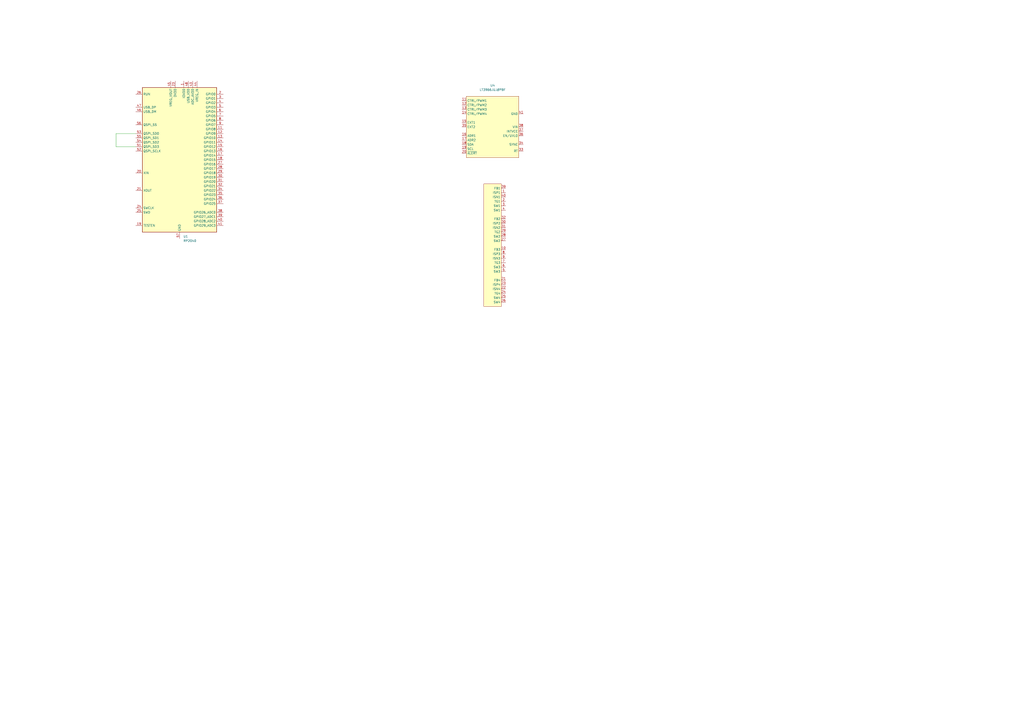
<source format=kicad_sch>
(kicad_sch (version 20230121) (generator eeschema)
  (paper "A2")
  (lib_symbols
    (symbol "JLC_CatchAll:LT3966JUJ#PBF"
      (property "Reference" "U" (at 0 10.16 0))
      (property "Value" "LT3966JUJ#PBF" (at 0 -30.48 0))
      (symbol "LT3966JUJ#PBF_0_1"
        (rectangle (start -15.24 7.62) (end 15.24 -27.94) (fill (type background)))
        (rectangle (start -5.08 -43.18) (end 5.08 -114.3) (fill (type background)))
        (pin unspecified line (at 7.62 -48.26 180) (length 2.54) (name "ISP1") (number "1"))
        (pin unspecified line (at 7.62 -81.28 180) (length 2.54) (name "FB3") (number "10"))
        (pin unspecified line (at -17.78 5.08 0) (length 2.54) (name "CTRL/PWM1") (number "11"))
        (pin unspecified line (at -17.78 2.54 0) (length 2.54) (name "CTRL/PWM2") (number "12"))
        (pin unspecified line (at -17.78 0 0) (length 2.54) (name "CTRL/PWM3") (number "13"))
        (pin unspecified line (at -17.78 -2.54 0) (length 2.54) (name "CTRL/PWM4") (number "14"))
        (pin unspecified line (at -17.78 -7.62 0) (length 2.54) (name "EXT1") (number "15"))
        (pin unspecified line (at -17.78 -15.24 0) (length 2.54) (name "ADR1") (number "16"))
        (pin unspecified line (at -17.78 -17.78 0) (length 2.54) (name "ADR2") (number "17"))
        (pin unspecified line (at -17.78 -20.32 0) (length 2.54) (name "SDA") (number "18"))
        (pin unspecified line (at -17.78 -22.86 0) (length 2.54) (name "SCL") (number "19"))
        (pin unspecified line (at 7.62 -53.34 180) (length 2.54) (name "TG1") (number "2"))
        (pin unspecified line (at -17.78 -25.4 0) (length 2.54) (name "~{ALERT}") (number "20"))
        (pin unspecified line (at 7.62 -99.06 180) (length 2.54) (name "FB4") (number "21"))
        (pin unspecified line (at 7.62 -104.14 180) (length 2.54) (name "ISN4") (number "22"))
        (pin unspecified line (at 7.62 -101.6 180) (length 2.54) (name "ISP4") (number "23"))
        (pin unspecified line (at 7.62 -106.68 180) (length 2.54) (name "TG4") (number "24"))
        (pin unspecified line (at 7.62 -109.22 180) (length 2.54) (name "SW4") (number "25"))
        (pin unspecified line (at 7.62 -111.76 180) (length 2.54) (name "SW4") (number "26"))
        (pin unspecified line (at 7.62 -76.2 180) (length 2.54) (name "SW2") (number "27"))
        (pin unspecified line (at 7.62 -73.66 180) (length 2.54) (name "SW2") (number "28"))
        (pin unspecified line (at 7.62 -71.12 180) (length 2.54) (name "TG2") (number "29"))
        (pin unspecified line (at 7.62 -55.88 180) (length 2.54) (name "SW1") (number "3"))
        (pin unspecified line (at 7.62 -66.04 180) (length 2.54) (name "ISP2") (number "30"))
        (pin unspecified line (at 7.62 -68.58 180) (length 2.54) (name "ISN2") (number "31"))
        (pin unspecified line (at 7.62 -63.5 180) (length 2.54) (name "FB2") (number "32"))
        (pin unspecified line (at 17.78 -24.13 180) (length 2.54) (name "RT") (number "33"))
        (pin unspecified line (at 17.78 -20.32 180) (length 2.54) (name "SYNC") (number "34"))
        (pin unspecified line (at -17.78 -10.16 0) (length 2.54) (name "EXT2") (number "35"))
        (pin unspecified line (at 17.78 -15.24 180) (length 2.54) (name "EN/UVLO") (number "36"))
        (pin unspecified line (at 17.78 -12.7 180) (length 2.54) (name "INTVCC") (number "37"))
        (pin unspecified line (at 17.78 -10.16 180) (length 2.54) (name "VIN") (number "38"))
        (pin unspecified line (at 7.62 -45.72 180) (length 2.54) (name "FB1") (number "39"))
        (pin unspecified line (at 7.62 -58.42 180) (length 2.54) (name "SW1") (number "4"))
        (pin unspecified line (at 7.62 -50.8 180) (length 2.54) (name "ISN1") (number "40"))
        (pin unspecified line (at 17.78 -2.54 180) (length 2.54) (name "GND") (number "41"))
        (pin unspecified line (at 7.62 -93.98 180) (length 2.54) (name "SW3") (number "5"))
        (pin unspecified line (at 7.62 -91.44 180) (length 2.54) (name "SW3") (number "6"))
        (pin unspecified line (at 7.62 -88.9 180) (length 2.54) (name "TG3") (number "7"))
        (pin unspecified line (at 7.62 -83.82 180) (length 2.54) (name "ISP3") (number "8"))
        (pin unspecified line (at 7.62 -86.36 180) (length 2.54) (name "ISN3") (number "9"))
      )
    )
    (symbol "MCU_RaspberryPi:RP2040"
      (property "Reference" "U" (at 17.78 45.72 0))
      (property "Value" "RP2040" (at 17.78 43.18 0))
      (symbol "RP2040_0_1"
        (rectangle (start -21.59 41.91) (end 21.59 -41.91) (stroke (width 0.254)) (fill (type background)))
      )
      (symbol "RP2040_1_1"
        (pin power_in line (at 2.54 45.72 270) (length 3.81) (name "IOVDD") (number "1"))
        (pin passive line (at 2.54 45.72 270) (length 3.81) hide (name "IOVDD") (number "10"))
        (pin bidirectional line (at 25.4 17.78 180) (length 3.81) (name "GPIO8") (number "11"))
        (pin bidirectional line (at 25.4 15.24 180) (length 3.81) (name "GPIO9") (number "12"))
        (pin bidirectional line (at 25.4 12.7 180) (length 3.81) (name "GPIO10") (number "13"))
        (pin bidirectional line (at 25.4 10.16 180) (length 3.81) (name "GPIO11") (number "14"))
        (pin bidirectional line (at 25.4 7.62 180) (length 3.81) (name "GPIO12") (number "15"))
        (pin bidirectional line (at 25.4 5.08 180) (length 3.81) (name "GPIO13") (number "16"))
        (pin bidirectional line (at 25.4 2.54 180) (length 3.81) (name "GPIO14") (number "17"))
        (pin bidirectional line (at 25.4 0 180) (length 3.81) (name "GPIO15") (number "18"))
        (pin input line (at -25.4 -38.1 0) (length 3.81) (name "TESTEN") (number "19"))
        (pin bidirectional line (at 25.4 38.1 180) (length 3.81) (name "GPIO0") (number "2"))
        (pin input line (at -25.4 -7.62 0) (length 3.81) (name "XIN") (number "20"))
        (pin passive line (at -25.4 -17.78 0) (length 3.81) (name "XOUT") (number "21"))
        (pin passive line (at 2.54 45.72 270) (length 3.81) hide (name "IOVDD") (number "22"))
        (pin power_in line (at -2.54 45.72 270) (length 3.81) (name "DVDD") (number "23"))
        (pin input line (at -25.4 -27.94 0) (length 3.81) (name "SWCLK") (number "24"))
        (pin bidirectional line (at -25.4 -30.48 0) (length 3.81) (name "SWD") (number "25"))
        (pin input line (at -25.4 38.1 0) (length 3.81) (name "RUN") (number "26"))
        (pin bidirectional line (at 25.4 -2.54 180) (length 3.81) (name "GPIO16") (number "27"))
        (pin bidirectional line (at 25.4 -5.08 180) (length 3.81) (name "GPIO17") (number "28"))
        (pin bidirectional line (at 25.4 -7.62 180) (length 3.81) (name "GPIO18") (number "29"))
        (pin bidirectional line (at 25.4 35.56 180) (length 3.81) (name "GPIO1") (number "3"))
        (pin bidirectional line (at 25.4 -10.16 180) (length 3.81) (name "GPIO19") (number "30"))
        (pin bidirectional line (at 25.4 -12.7 180) (length 3.81) (name "GPIO20") (number "31"))
        (pin bidirectional line (at 25.4 -15.24 180) (length 3.81) (name "GPIO21") (number "32"))
        (pin passive line (at 2.54 45.72 270) (length 3.81) hide (name "IOVDD") (number "33"))
        (pin bidirectional line (at 25.4 -17.78 180) (length 3.81) (name "GPIO22") (number "34"))
        (pin bidirectional line (at 25.4 -20.32 180) (length 3.81) (name "GPIO23") (number "35"))
        (pin bidirectional line (at 25.4 -22.86 180) (length 3.81) (name "GPIO24") (number "36"))
        (pin bidirectional line (at 25.4 -25.4 180) (length 3.81) (name "GPIO25") (number "37"))
        (pin bidirectional line (at 25.4 -30.48 180) (length 3.81) (name "GPIO26_ADC0") (number "38"))
        (pin bidirectional line (at 25.4 -33.02 180) (length 3.81) (name "GPIO27_ADC1") (number "39"))
        (pin bidirectional line (at 25.4 33.02 180) (length 3.81) (name "GPIO2") (number "4"))
        (pin bidirectional line (at 25.4 -35.56 180) (length 3.81) (name "GPIO28_ADC2") (number "40"))
        (pin bidirectional line (at 25.4 -38.1 180) (length 3.81) (name "GPIO29_ADC3") (number "41"))
        (pin passive line (at 2.54 45.72 270) (length 3.81) hide (name "IOVDD") (number "42"))
        (pin power_in line (at 7.62 45.72 270) (length 3.81) (name "ADC_AVDD") (number "43"))
        (pin power_in line (at 10.16 45.72 270) (length 3.81) (name "VREG_IN") (number "44"))
        (pin power_out line (at -5.08 45.72 270) (length 3.81) (name "VREG_VOUT") (number "45"))
        (pin bidirectional line (at -25.4 27.94 0) (length 3.81) (name "USB_DM") (number "46"))
        (pin bidirectional line (at -25.4 30.48 0) (length 3.81) (name "USB_DP") (number "47"))
        (pin power_in line (at 5.08 45.72 270) (length 3.81) (name "USB_VDD") (number "48"))
        (pin passive line (at 2.54 45.72 270) (length 3.81) hide (name "IOVDD") (number "49"))
        (pin bidirectional line (at 25.4 30.48 180) (length 3.81) (name "GPIO3") (number "5"))
        (pin passive line (at -2.54 45.72 270) (length 3.81) hide (name "DVDD") (number "50"))
        (pin bidirectional line (at -25.4 7.62 0) (length 3.81) (name "QSPI_SD3") (number "51"))
        (pin output line (at -25.4 5.08 0) (length 3.81) (name "QSPI_SCLK") (number "52"))
        (pin bidirectional line (at -25.4 15.24 0) (length 3.81) (name "QSPI_SD0") (number "53"))
        (pin bidirectional line (at -25.4 10.16 0) (length 3.81) (name "QSPI_SD2") (number "54"))
        (pin bidirectional line (at -25.4 12.7 0) (length 3.81) (name "QSPI_SD1") (number "55"))
        (pin bidirectional line (at -25.4 20.32 0) (length 3.81) (name "QSPI_SS") (number "56"))
        (pin power_in line (at 0 -45.72 90) (length 3.81) (name "GND") (number "57"))
        (pin bidirectional line (at 25.4 27.94 180) (length 3.81) (name "GPIO4") (number "6"))
        (pin bidirectional line (at 25.4 25.4 180) (length 3.81) (name "GPIO5") (number "7"))
        (pin bidirectional line (at 25.4 22.86 180) (length 3.81) (name "GPIO6") (number "8"))
        (pin bidirectional line (at 25.4 20.32 180) (length 3.81) (name "GPIO7") (number "9"))
      )
    )
  )
  (wire (pts (xy 67.31 77.47) (xy 67.31 85.09)))
  (wire (pts (xy 67.31 85.09) (xy 78.74 85.09)))
  (wire (pts (xy 78.74 77.47) (xy 67.31 77.47)))
  (symbol (lib_id "MCU_RaspberryPi:RP2040") (at 104.14 92.71 0) (unit 1)
    (property "Reference" "U1" (at 106.3341 137.16 0) (effects (justify left)))
    (property "Value" "RP2040" (at 106.3341 139.7 0) (effects (justify left)))
    (property "Footprint" "Package_DFN_QFN:QFN-56-1EP_7x7mm_P0.4mm_EP3.2x3.2mm" (effects hide))
    (property "Datasheet" "https://datasheets.raspberrypi.com/rp2040/rp2040-datasheet.pdf" (effects hide))
  )
  (symbol (lib_id "JLC_CatchAll:LT3966JUJ#PBF") (at 285.75 63.5 0) (unit 1)
    (property "Reference" "U4" (at 285.75 49.53 0))
    (property "Value" "LT3966JUJ#PBF" (at 285.75 52.07 0))
    (property "Footprint" "easyeda2kicad:QFN-40_L6.0-W6.0-P0.50-BL-EP4.5" (effects hide))
    (property "LCSC Part" "C1020308" (effects hide))
  )
)
</source>
